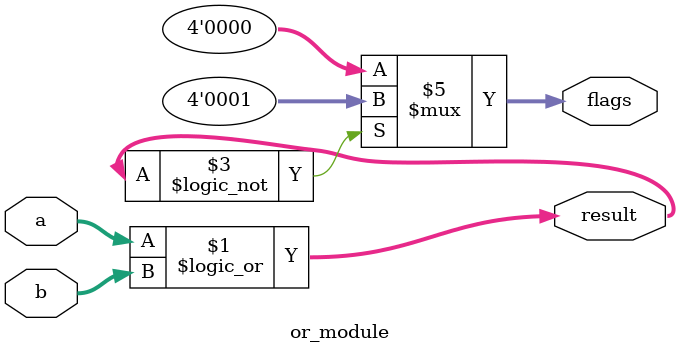
<source format=sv>
module or_module #(parameter N=4)(
	input logic [N-1:0] a,
	input logic [N-1:0] b,
	output logic [N-1:0] result,
	output logic [N-1:0] flags
);

	assign result = a || b;
	always @(result)
	begin
		if(result == 4'b0000)
			flags=4'b0001;
		else
			flags=4'b0000;
	
	end
endmodule
</source>
